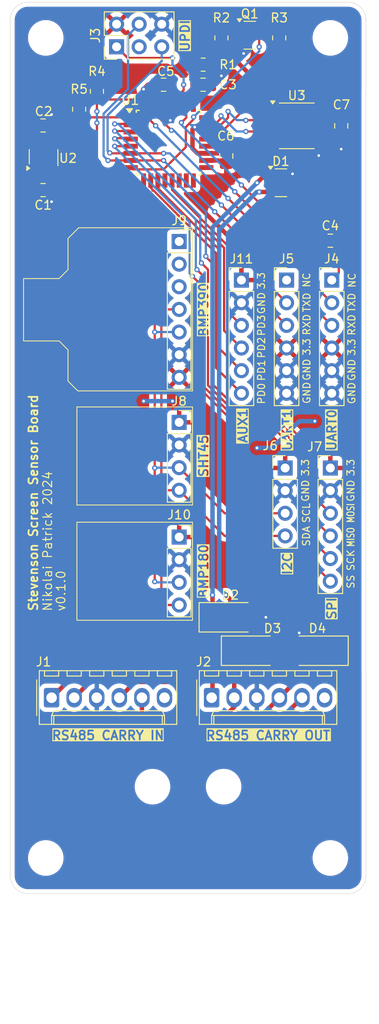
<source format=kicad_pcb>
(kicad_pcb
	(version 20241229)
	(generator "pcbnew")
	(generator_version "9.0")
	(general
		(thickness 1.6)
		(legacy_teardrops no)
	)
	(paper "A4")
	(title_block
		(title "Stevenson Screen Sensor Board")
		(date "2025-04-26")
		(rev "v0.1.0")
		(company "Artichoke Technologies")
	)
	(layers
		(0 "F.Cu" signal)
		(2 "B.Cu" signal)
		(9 "F.Adhes" user "F.Adhesive")
		(11 "B.Adhes" user "B.Adhesive")
		(13 "F.Paste" user)
		(15 "B.Paste" user)
		(5 "F.SilkS" user "F.Silkscreen")
		(7 "B.SilkS" user "B.Silkscreen")
		(1 "F.Mask" user)
		(3 "B.Mask" user)
		(17 "Dwgs.User" user "User.Drawings")
		(19 "Cmts.User" user "User.Comments")
		(21 "Eco1.User" user "User.Eco1")
		(23 "Eco2.User" user "User.Eco2")
		(25 "Edge.Cuts" user)
		(27 "Margin" user)
		(31 "F.CrtYd" user "F.Courtyard")
		(29 "B.CrtYd" user "B.Courtyard")
		(35 "F.Fab" user)
		(33 "B.Fab" user)
		(39 "User.1" user)
		(41 "User.2" user)
		(43 "User.3" user)
		(45 "User.4" user)
	)
	(setup
		(pad_to_mask_clearance 0)
		(allow_soldermask_bridges_in_footprints no)
		(tenting front back)
		(grid_origin 128 43)
		(pcbplotparams
			(layerselection 0x00000000_00000000_55555555_5755f5ff)
			(plot_on_all_layers_selection 0x00000000_00000000_00000000_00000000)
			(disableapertmacros no)
			(usegerberextensions no)
			(usegerberattributes yes)
			(usegerberadvancedattributes yes)
			(creategerberjobfile yes)
			(dashed_line_dash_ratio 12.000000)
			(dashed_line_gap_ratio 3.000000)
			(svgprecision 4)
			(plotframeref no)
			(mode 1)
			(useauxorigin no)
			(hpglpennumber 1)
			(hpglpenspeed 20)
			(hpglpendiameter 15.000000)
			(pdf_front_fp_property_popups yes)
			(pdf_back_fp_property_popups yes)
			(pdf_metadata yes)
			(pdf_single_document no)
			(dxfpolygonmode yes)
			(dxfimperialunits yes)
			(dxfusepcbnewfont yes)
			(psnegative no)
			(psa4output no)
			(plot_black_and_white yes)
			(sketchpadsonfab no)
			(plotpadnumbers no)
			(hidednponfab no)
			(sketchdnponfab yes)
			(crossoutdnponfab yes)
			(subtractmaskfromsilk no)
			(outputformat 1)
			(mirror no)
			(drillshape 1)
			(scaleselection 1)
			(outputdirectory "")
		)
	)
	(net 0 "")
	(net 1 "GND")
	(net 2 "VCC")
	(net 3 "+3.3V")
	(net 4 "/4808_RESET")
	(net 5 "Net-(J4-Pin_1)")
	(net 6 "/RS485_A")
	(net 7 "/RS485_B")
	(net 8 "/WAKEUP_IO")
	(net 9 "/WAKEUP_EXT")
	(net 10 "unconnected-(J1-Pin_6-Pad6)")
	(net 11 "unconnected-(J2-Pin_6-Pad6)")
	(net 12 "/UPDI")
	(net 13 "unconnected-(J3-Pin_3-Pad3)")
	(net 14 "Net-(Q1-G)")
	(net 15 "unconnected-(J5-Pin_1-Pad1)")
	(net 16 "/4808_I2C_SCL")
	(net 17 "/4808_I2C_SDA")
	(net 18 "/4808_SPI_MISO")
	(net 19 "/4808_SPI_SS")
	(net 20 "/4808_SPI_MOSI")
	(net 21 "/4808_SPI_SCK")
	(net 22 "/BMP390_INT")
	(net 23 "/4808_PD1")
	(net 24 "/4808_PD2")
	(net 25 "/4808_PD3")
	(net 26 "/4808_PD6")
	(net 27 "/4808_PD7")
	(net 28 "/4808_PD0")
	(net 29 "/4808_PD4")
	(net 30 "/4808_PD5")
	(net 31 "/4808_UART1_TXD")
	(net 32 "/4808_UART1_RXD")
	(net 33 "/RS485_DE")
	(net 34 "/4808_UART0_TXD")
	(net 35 "unconnected-(U1-PF5-Pad25)")
	(net 36 "unconnected-(U1-PC3-Pad9)")
	(net 37 "/4808_UART2_RXD")
	(net 38 "/RS485_RE")
	(net 39 "/4808_UART0_RXD")
	(net 40 "/4808_UART2_TXD")
	(net 41 "unconnected-(U1-PF4-Pad24)")
	(net 42 "unconnected-(U2-NC-Pad4)")
	(net 43 "unconnected-(J9-Pin_3-Pad3)")
	(net 44 "unconnected-(J9-Pin_2-Pad2)")
	(footprint "Connector_PinHeader_2.54mm:PinHeader_1x04_P2.54mm_Vertical" (layer "F.Cu") (at 158.92 95.25))
	(footprint "Diode_SMD:D_SMA" (layer "F.Cu") (at 162.5 115.75 180))
	(footprint "Package_TO_SOT_SMD:SOT-23" (layer "F.Cu") (at 154.9375 46.7))
	(footprint "Connector_PinHeader_2.54mm:PinHeader_1x06_P2.54mm_Vertical" (layer "F.Cu") (at 164.16 74.17))
	(footprint "Capacitor_SMD:C_0805_2012Metric" (layer "F.Cu") (at 149.7 52.25))
	(footprint "Connector_Molex:Molex_KK-254_AE-6410-06A_1x06_P2.54mm_Vertical" (layer "F.Cu") (at 150.65 121.02))
	(footprint "Resistor_SMD:R_0805_2012Metric" (layer "F.Cu") (at 149.7 50 180))
	(footprint "Connector_PinHeader_2.54mm:PinHeader_2x03_P2.54mm_Vertical" (layer "F.Cu") (at 139.96 48 90))
	(footprint "Capacitor_SMD:C_0805_2012Metric" (layer "F.Cu") (at 131.7 56.825 180))
	(footprint "MountingHole:MountingHole_3.5mm" (layer "F.Cu") (at 164 47))
	(footprint "Connector_PinSocket_2.54mm:PinSocket_1x04_P2.54mm_Vertical" (layer "F.Cu") (at 147 90.13))
	(footprint "MountingHole:MountingHole_3.5mm" (layer "F.Cu") (at 152 131))
	(footprint "Capacitor_SMD:C_0805_2012Metric" (layer "F.Cu") (at 165.225 56.865 -90))
	(footprint "Connector_PinHeader_2.54mm:PinHeader_1x06_P2.54mm_Vertical" (layer "F.Cu") (at 159.08 74.17))
	(footprint "Connector_PinSocket_2.54mm:PinSocket_1x07_P2.54mm_Vertical" (layer "F.Cu") (at 147 69.84))
	(footprint "Resistor_SMD:R_0805_2012Metric" (layer "F.Cu") (at 137.75 53 -90))
	(footprint "Diode_SMD:D_SMA" (layer "F.Cu") (at 152.75 112))
	(footprint "MountingHole:MountingHole_3.5mm" (layer "F.Cu") (at 164 139))
	(footprint "Connector_PinHeader_2.54mm:PinHeader_1x06_P2.54mm_Vertical" (layer "F.Cu") (at 154 74.17))
	(footprint "Connector_PinSocket_2.54mm:PinSocket_1x04_P2.54mm_Vertical" (layer "F.Cu") (at 147 103))
	(footprint "Capacitor_SMD:C_0805_2012Metric" (layer "F.Cu") (at 145.25 52.25 180))
	(footprint "Capacitor_SMD:C_0805_2012Metric" (layer "F.Cu") (at 152.3 60.25 90))
	(footprint "Package_TO_SOT_SMD:SOT-23-5_HandSoldering" (layer "F.Cu") (at 131.75 60.425 90))
	(footprint "MountingHole:MountingHole_3.5mm" (layer "F.Cu") (at 132 139))
	(footprint "Capacitor_SMD:C_0805_2012Metric" (layer "F.Cu") (at 131.7 64.075 180))
	(footprint "Connector_Molex:Molex_KK-254_AE-6410-06A_1x06_P2.54mm_Vertical" (layer "F.Cu") (at 132.65 121.02))
	(footprint "Package_TO_SOT_SMD:SOT-23" (layer "F.Cu") (at 158.4375 63.25))
	(footprint "Diode_SMD:D_SMA" (layer "F.Cu") (at 155.25 115.75))
	(footprint "Package_QFP:TQFP-32_7x7mm_P0.8mm" (layer "F.Cu") (at 145.8 58.75))
	(footprint "Resistor_SMD:R_0805_2012Metric" (layer "F.Cu") (at 158.25 47 90))
	(footprint "MountingHole:MountingHole_3.5mm" (layer "F.Cu") (at 144 131))
	(footprint "Capacitor_SMD:C_0805_2012Metric" (layer "F.Cu") (at 164 69.75))
	(footprint "Resistor_SMD:R_0805_2012Metric" (layer "F.Cu") (at 151.75 47 90))
	(footprint "MountingHole:MountingHole_3.5mm" (layer "F.Cu") (at 132 47))
	(footprint "Resistor_SMD:R_0805_2012Metric" (layer "F.Cu") (at 135.75 55 -90))
	(footprint "Package_SO:SOIC-8_3.9x4.9mm_P1.27mm" (layer "F.Cu") (at 160.225 56.865))
	(footprint "Connector_PinHeader_2.54mm:PinHeader_1x06_P2.54mm_Vertical" (layer "F.Cu") (at 164 95.25))
	(gr_line
		(start 148.5 86.6)
		(end 148.5 68.3)
		(stroke
			(width 0.1)
			(type default)
		)
		(layer "F.SilkS")
		(uuid "19236de4-9483-4fef-9452-750c0f185aa1")
	)
	(gr_line
		(start 134.5 82)
		(end 133.5 81)
		(stroke
			(width 0.1)
			(type default)
		)
		(layer "F.SilkS")
		(uuid "3b5f1e18-10ff-4c2d-abcb-86ea89e308c7")
	)
	(gr_line
		(start 133.5 74)
		(end 134.5 73)
		(stroke
			(width 0.1)
			(type default)
		)
		(layer "F.SilkS")
		(uuid "45892b89-2f6f-4907-8d71-9eaa296f2416")
	)
	(gr_line
		(start 134.5 69.5)
		(end 135.7 68.3)
		(stroke
			(width 0.1)
			(type default)
		)
		(layer "F.SilkS")
		(uuid "4a1d40f9-d0b6-4679-8ff0-68e6e0dcc77b")
	)
	(gr_line
		(start 148.5 99.4)
		(end 148.5 88.4)
		(stroke
			(width 0.1)
			(type default)
		)
		(layer "F.SilkS")
		(uuid "4eadabf2-d8e8-4db0-8aca-8c610c11c740")
	)
	(gr_line
		(start 148.5 112.33)
		(end 135.5 112.33)
		(stroke
			(width 0.1)
			(type default)
		)
		(layer "F.SilkS")
		(uuid "60b5d3f0-cfff-498b-a472-7e4aa6cefeec")
	)
	(gr_line
		(start 129.5 74)
		(end 133.5 74)
		(stroke
			(width 0.1)
			(type default)
		)
		(layer "F.SilkS")
		(uuid "65a535c6-14b6-4b47-a576-f011dfd903b2")
	)
	(gr_line
		(start 133.5 81)
		(end 129.5 81)
		(stroke
			(width 0.1)
			(type default)
		)
		(layer "F.SilkS")
		(uuid "6949e7ba-df47-46e9-b23f-8b408e660a0b")
	)
	(gr_line
		(start 148.5 112.33)
		(end 148.5 101.33)
		(stroke
			(width 0.1)
			(type default)
		)
		(layer "F.SilkS")
		(uuid "a70b76c6-d505-4dd0-9229-1bc32723bbeb")
	)
	(gr_line
		(start 148.5 99.4)
		(end 135.5 99.4)
		(stroke
			(width 0.1)
			(type default)
		)
		(layer "F.SilkS")
		(uuid "bd63e6f5-a9cc-4595-9679-1d58bfaa45a5")
	)
	(gr_line
		(start 129.5 81)
		(end 129.5 74)
		(stroke
			(width 0.1)
			(type default)
		)
		(layer "F.SilkS")
		(uuid "c7f4fd39-df4f-4749-8c0a-9f74e6f85dd5")
	)
	(gr_line
		(start 135.5 112.33)
		(end 135.5 101.33)
		(stroke
			(width 0.1)
			(type default)
		)
		(layer "F.SilkS")
		(uuid "c834616d-368d-4acf-9666-d4910d76c9d9")
	)
	(gr_line
		(start 135.6 86.6)
		(end 134.5 85.5)
		(stroke
			(width 0.1)
			(type default)
		)
		(layer "F.SilkS")
		(uuid "ca118484-95e9-479a-bf61-e1724d82b484")
	)
	(gr_line
		(start 148.5 88.4)
		(end 135.5 88.4)
		(stroke
			(width 0.1)
			(type default)
		)
		(layer "F.SilkS")
		(uuid "ca12725a-3cf9-4d5e-9cc5-0c7051f1ecef")
	)
	(gr_line
		(start 135.5 99.4)
		(end 135.5 88.4)
		(stroke
			(width 0.1)
			(type default)
		)
		(layer "F.SilkS")
		(uuid "d5670ed5-2607-4f31-89a4-49a1e109b28c")
	)
	(gr_line
		(start 148.5 101.33)
		(end 135.5 101.33)
		(stroke
			(width 0.1)
			(type default)
		)
		(layer "F.SilkS")
		(uuid "d9e35d32-db58-41b5-9229-967e279e15a4")
	)
	(gr_line
		(start 135.6 86.6)
		(end 148.5 86.6)
		(stroke
			(width 0.1)
			(type default)
		)
		(layer "F.SilkS")
		(uuid "dde01d5d-15ec-4986-82f1-789fbf49f352")
	)
	(gr_line
		(start 134.5 82)
		(end 134.5 85.5)
		(stroke
			(width 0.1)
			(type default)
		)
		(layer "F.SilkS")
		(uuid "e3fbd1e5-9171-4622-9023-410a6670f2dc")
	)
	(gr_line
		(start 148.5 68.3)
		(end 135.7 68.3)
		(stroke
			(width 0.1)
			(type default)
		)
		(layer "F.SilkS")
		(uuid "f0d6b755-13e4-4ea9-afa0-3c83fba3aeb1")
	)
	(gr_line
		(start 134.5 73)
		(end 134.5 69.5)
		(stroke
			(width 0.1)
			(type default)
		)
		(layer "F.SilkS")
		(uuid "faabaae2-0a5a-4829-8c31-1887be9ab4e3")
	)
	(gr_line
		(start 128 148)
		(end 148 148)
		(stroke
			(width 0.1)
			(type default)
		)
		(layer "Dwgs.User")
		(uuid "ac937e93-0bea-4490-84ff-c6ec9fb39350")
	)
	(gr_line
		(start 168 143)
		(end 147.75 143)
		(stroke
			(width 0.1)
			(type default)
		)
		(layer "Dwgs.User")
		(uuid "f32ddbd3-e5d6-4f68-904b-47f7ce327182")
	)
	(gr_arc
		(start 168 141)
		(mid 167.414214 142.414214)
		(end 166 143)
		(stroke
			(width 0.05)
			(type default)
		)
		(layer "Edge.Cuts")
		(uuid "422129f9-4cd6-4e8c-8e7b-63a60b7bb563")
	)
	(gr_arc
		(start 130 143)
		(mid 128.585786 142.414214)
		(end 128 141)
		(stroke
			(width 0.05)
			(type default)
		)
		(layer "Edge.Cuts")
		(uuid "4bf6a6fd-1416-4b01-9962-0c9716b74757")
	)
	(gr_arc
		(start 166 43)
		(mid 167.414214 43.585786)
		(end 168 45)
		(stroke
			(width 0.05)
			(type default)
		)
		(layer "Edge.Cuts")
		(uuid "590a01b4-2f5b-4b0e-9dd4-62244f66b7be")
	)
	(gr_line
		(start 168 45)
		(end 168 141)
		(stroke
			(width 0.05)
			(type default)
		)
		(layer "Edge.Cuts")
		(uuid "5bb10911-f7ed-42cf-9bf6-8c92b5c18939")
	)
	(gr_line
		(start 166 143)
		(end 130 143)
		(stroke
			(width 0.05)
			(type default)
		)
		(layer "Edge.Cuts")
		(uuid "aee8c6a7-3536-4103-b55b-df55e3547a49")
	)
	(gr_arc
		(start 128 45)
		(mid 128.585786 43.585786)
		(end 130 43)
		(stroke
			(width 0.05)
			(type default)
		)
		(layer "Edge.Cuts")
		(uuid "b7793f87-add5-4308-b15d-12f4c964c051")
	)
	(gr_line
		(start 128 141)
		(end 128 45)
		(stroke
			(width 0.05)
			(type default)
		)
		(layer "Edge.Cuts")
		(uuid "ec473193-0a61-4905-9254-a653c9e7c4d8")
	)
	(gr_line
		(start 130 43)
		(end 166 43)
		(stroke
			(width 0.05)
			(type default)
		)
		(layer "Edge.Cuts")
		(uuid "f9cd7cdd-b627-4a20-89dd-e43f41e92858")
	)
	(gr_text "GND"
		(at 156.25 76.75 90)
		(layer "F.SilkS")
		(uuid "06259299-8376-414d-ab05-4622382f40b5")
		(effects
			(font
				(size 0.8 0.8)
				(thickness 0.125)
			)
		)
	)
	(gr_text "GND"
		(at 161.2 97.8 90)
		(layer "F.SilkS")
		(uuid "0631bad4-12df-4dcd-a986-fd31dcc08a03")
		(effects
			(font
				(size 0.8 0.8)
				(thickness 0.125)
			)
		)
	)
	(gr_text "GND"
		(at 166.4 84.25 90)
		(layer "F.SilkS")
		(uuid "0662f1b0-2aab-4bc5-9cb4-6d6ec6f5d470")
		(effects
			(font
				(size 0.8 0.8)
				(thickness 0.125)
			)
		)
	)
	(gr_text "RXD"
		(at 161.35 79.17 90)
		(layer "F.SilkS")
		(uuid "071bddb6-8428-4714-9815-bb99a3b1d81d")
		(effects
			(font
				(size 0.8 0.8)
				(thickness 0.125)
			)
		)
	)
	(gr_text "3.3"
		(at 161.35 81.67 90)
		(layer "F.SilkS")
		(uuid "09c08a8f-a776-4e87-9c97-a3f3880b38c3")
		(effects
			(font
				(size 0.8 0.8)
				(thickness 0.125)
			)
		)
	)
	(gr_text "GND"
		(at 166.4 86.85 90)
		(layer "F.SilkS")
		(uuid "0bc59e92-239f-4166-b022-f396932befeb")
		(effects
			(font
				(size 0.8 0.8)
				(thickness 0.125)
			)
		)
	)
	(gr_text "Stevenson Screen Sensor Board"
		(at 130.6 111.4 90)
		(layer "F.SilkS")
		(uuid "0c7aa057-fde8-41fe-be77-f6e6570ac09c")
		(effects
			(font
				(size 1 1)
				(thickness 0.2)
				(bold yes)
			)
			(justify left)
		)
	)
	(gr_text "PD1"
		(at 156.25 84.3 90)
		(layer "F.SilkS")
		(uuid "1716847c-dc41-45d7-bc39-6e8a9bffa4bc")
		(effects
			(font
				(size 0.8 0.8)
				(thickness 0.125)
			)
		)
	)
	(gr_text "BMP180"
		(at 149.75 106.83 90)
		(layer "F.SilkS" knockout)
		(uuid "1c24b6ba-c7cc-4549-a84d-2ca4e5a3d66d")
		(effects
			(font
				(size 1 1)
				(thickness 0.2)
				(bold yes)
			)
		)
	)
	(gr_text "3.3"
		(at 166.4 81.7 90)
		(layer "F.SilkS")
		(uuid "1ec0a867-3eb4-42d3-837e-323dc43e87d9")
		(effects
			(font
				(size 0.8 0.8)
				(thickness 0.125)
			)
		)
	)
	(gr_text "3.3"
		(at 156.7 74.25 90)
		(layer "F.SilkS")
		(uuid "2911fd6e-414f-4e14-96f5-9ee2333ac309")
		(effects
			(font
				(size 0.8 0.8)
				(thickness 0.125)
			)
			(justify bottom)
		)
	)
	(gr_text "3.3"
		(at 161.2 95.2 90)
		(layer "F.SilkS")
		(uuid "35b5661a-e0b8-4863-b1ec-98629582f095")
		(effects
			(font
				(size 0.8 0.8)
				(thickness 0.125)
			)
		)
	)
	(gr_text "NC"
		(at 161.8 74.17 90)
		(layer "F.SilkS")
		(uuid "3633fe49-db21-47d3-818e-685955697730")
		(effects
			(font
				(size 0.8 0.8)
				(thickness 0.125)
			)
			(justify bottom)
		)
	)
	(gr_text "MISO"
		(at 166.3 103 90)
		(layer "F.SilkS")
		(uuid "526b011b-da49-4b46-a89b-6e6474142f36")
		(effects
			(font
				(size 0.8 0.6)
				(thickness 0.125)
			)
		)
	)
	(gr_text "RS485 CARRY IN"
		(at 139 125.25 0)
		(layer "F.SilkS" knockout)
		(uuid "68bc2e81-b6df-4b26-a320-b300e4f2cbad")
		(effects
			(font
				(size 1 1)
				(thickness 0.2)
				(bold yes)
			)
		)
	)
	(gr_text "MOSI"
		(at 166.3 100.3 90)
		(layer "F.SilkS")
		(uuid "756c3dcb-ec1c-440c-a442-8a35c5472a75")
		(effects
			(font
				(size 0.8 0.6)
				(thickness 0.125)
			)
		)
	)
	(gr_text "SCL"
		(at 161.3 100.3 90)
		(layer "F.SilkS")
		(uuid "7a0e4011-68c2-4259-9326-96b434396893")
		(effects
			(font
				(size 0.8 0.8)
				(thickness 0.125)
			)
		)
	)
	(gr_text "SHT45"
		(at 149.75 93.9 90)
		(layer "F.SilkS" knockout)
		(uuid "8137ee67-3b6c-45cf-be0a-af94d0018b03")
		(effects
			(font
				(size 1 1)
				(thickness 0.2)
				(bold yes)
			)
		)
	)
	(gr_text "v0.1.0"
		(at 133.7 111.4 90)
		(layer "F.SilkS")
		(uuid "81868112-6be6-4d01-8dd7-d02f931b1cbd")
		(effects
			(font
				(size 1 1)
				(thickness 0.125)
			)
			(justify left)
		)
	)
	(gr_text "PD2"
		(at 156.25 81.75 90)
		(layer "F.SilkS")
		(uuid "843defc2-248e-4614-92fe-cb888128fe21")
		(effects
			(font
				(size 0.8 0.8)
				(thickness 0.125)
			)
		)
	)
	(gr_text "GND"
		(at 161.35 86.82 90)
		(layer "F.SilkS")
		(uuid "869631e2-4bcf-48e8-a097-00ef38bf1c5f")
		(effects
			(font
				(size 0.8 0.8)
				(thickness 0.125)
			)
		)
	)
	(gr_text "RXD"
		(at 166.4 79.2 90)
		(layer "F.SilkS")
		(uuid "87cbb920-a290-44ce-bd07-0fcb265882cd")
		(effects
			(font
				(size 0.8 0.8)
				(thickness 0.125)
			)
		)
	)
	(gr_text "Nikolai Patrick 2024"
		(at 132.2 111.4 90)
		(layer "F.SilkS")
		(uuid "b4689062-60e1-473a-af42-fe45d83ff9df")
		(effects
			(font
				(size 1 1)
				(thickness 0.125)
			)
			(justify left)
		)
	)
	(gr_text "SCK"
		(at 166.3 105.6 90)
		(layer "F.SilkS")
		(uuid "b6dc5bd7-7549-4416-88da-7e804dc9c6d9")
		(effects
			(font
				(size 0.8 0.8)
				(thickness 0.125)
			)
		)
	)
	(gr_text "SPI"
		(at 164.75 111 90)
		(layer "F.SilkS" knockout)
		(uuid "b94cbf19-f458-47ef-abdd-264e9e164454")
		(effects
			(font
				(size 1 1)
				(thickness 0.2)
				(bold yes)
			)
			(justify bottom)
		)
	)
	(gr_text "UPDI"
		(at
... [318102 chars truncated]
</source>
